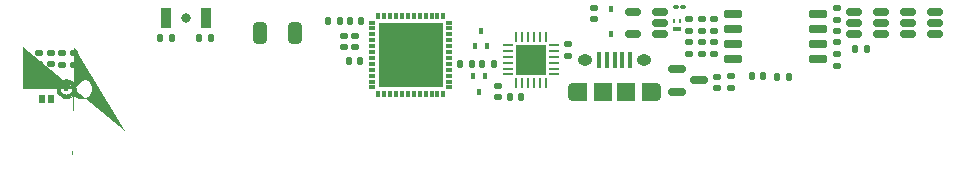
<source format=gbr>
%TF.GenerationSoftware,KiCad,Pcbnew,6.0.5-a6ca702e91~116~ubuntu22.04.1*%
%TF.CreationDate,2022-06-26T16:54:06-07:00*%
%TF.ProjectId,OSSG_v0p3,4f535347-5f76-4307-9033-2e6b69636164,v0.3*%
%TF.SameCoordinates,Original*%
%TF.FileFunction,Soldermask,Top*%
%TF.FilePolarity,Negative*%
%FSLAX46Y46*%
G04 Gerber Fmt 4.6, Leading zero omitted, Abs format (unit mm)*
G04 Created by KiCad (PCBNEW 6.0.5-a6ca702e91~116~ubuntu22.04.1) date 2022-06-26 16:54:06*
%MOMM*%
%LPD*%
G01*
G04 APERTURE LIST*
G04 Aperture macros list*
%AMRoundRect*
0 Rectangle with rounded corners*
0 $1 Rounding radius*
0 $2 $3 $4 $5 $6 $7 $8 $9 X,Y pos of 4 corners*
0 Add a 4 corners polygon primitive as box body*
4,1,4,$2,$3,$4,$5,$6,$7,$8,$9,$2,$3,0*
0 Add four circle primitives for the rounded corners*
1,1,$1+$1,$2,$3*
1,1,$1+$1,$4,$5*
1,1,$1+$1,$6,$7*
1,1,$1+$1,$8,$9*
0 Add four rect primitives between the rounded corners*
20,1,$1+$1,$2,$3,$4,$5,0*
20,1,$1+$1,$4,$5,$6,$7,0*
20,1,$1+$1,$6,$7,$8,$9,0*
20,1,$1+$1,$8,$9,$2,$3,0*%
%AMFreePoly0*
4,1,103,0.919391,0.822403,0.926250,0.818200,0.934269,0.817569,1.160851,0.702119,1.166075,0.696003,1.173507,0.692924,1.353325,0.513107,1.356403,0.505675,1.362519,0.500452,1.477969,0.273869,1.478600,0.265849,1.482803,0.258991,1.508245,0.098357,1.511543,0.091283,1.519917,0.075198,1.519565,0.074081,1.520059,0.073021,1.523152,0.002182,1.522358,0.000000,1.523152,-0.002182,
1.520059,-0.073021,1.519565,-0.074081,1.519917,-0.075198,1.511543,-0.091283,1.508245,-0.098357,1.482803,-0.258991,1.478600,-0.265849,1.477969,-0.273869,1.362519,-0.500452,1.356403,-0.505675,1.353325,-0.513107,1.173507,-0.692924,1.166075,-0.696003,1.160851,-0.702119,0.934269,-0.817569,0.926250,-0.818200,0.919391,-0.822403,0.668222,-0.862184,0.660400,-0.860306,0.652579,-0.862184,
0.401409,-0.822403,0.394551,-0.818200,0.386531,-0.817569,0.159948,-0.702119,0.154725,-0.696003,0.147293,-0.692925,-0.032524,-0.513107,-0.035603,-0.505675,-0.041719,-0.500451,-0.157169,-0.273869,-0.157800,-0.265850,-0.162003,-0.258991,-0.187445,-0.098355,-0.190741,-0.091288,-0.199117,-0.075198,-0.198765,-0.074081,-0.199259,-0.073021,-0.202352,-0.002181,-0.201558,0.000000,0.203023,0.000000,
0.225408,-0.141336,0.290375,-0.268841,0.391559,-0.370025,0.519062,-0.434992,0.660400,-0.457377,0.801736,-0.434992,0.929241,-0.370025,1.030425,-0.268841,1.095392,-0.141338,1.117777,0.000000,1.095392,0.141338,1.030425,0.268841,0.929241,0.370025,0.801736,0.434992,0.660400,0.457377,0.519062,0.434992,0.391559,0.370025,0.290375,0.268841,0.225408,0.141336,0.203023,0.000000,
-0.201558,0.000000,-0.202352,0.002181,-0.199259,0.073021,-0.198765,0.074081,-0.199117,0.075198,-0.190741,0.091288,-0.187445,0.098355,-0.162003,0.258991,-0.157800,0.265850,-0.157169,0.273869,-0.041719,0.500451,-0.035603,0.505675,-0.032524,0.513107,0.147293,0.692925,0.154725,0.696003,0.159948,0.702119,0.386531,0.817569,0.394551,0.818200,0.401409,0.822403,0.652579,0.862184,
0.660400,0.860306,0.668222,0.862184,0.919391,0.822403,0.919391,0.822403,$1*%
G04 Aperture macros list end*
%ADD10C,0.100000*%
%ADD11RoundRect,0.150000X0.512500X0.150000X-0.512500X0.150000X-0.512500X-0.150000X0.512500X-0.150000X0*%
%ADD12RoundRect,0.147500X-0.172500X0.147500X-0.172500X-0.147500X0.172500X-0.147500X0.172500X0.147500X0*%
%ADD13RoundRect,0.140000X0.170000X-0.140000X0.170000X0.140000X-0.170000X0.140000X-0.170000X-0.140000X0*%
%ADD14C,0.800000*%
%ADD15R,0.900000X1.700000*%
%ADD16R,0.400000X0.510000*%
%ADD17RoundRect,0.135000X0.135000X0.185000X-0.135000X0.185000X-0.135000X-0.185000X0.135000X-0.185000X0*%
%ADD18RoundRect,0.140000X-0.140000X-0.170000X0.140000X-0.170000X0.140000X0.170000X-0.140000X0.170000X0*%
%ADD19R,0.450000X0.600000*%
%ADD20RoundRect,0.140000X-0.170000X0.140000X-0.170000X-0.140000X0.170000X-0.140000X0.170000X0.140000X0*%
%ADD21RoundRect,0.135000X0.185000X-0.135000X0.185000X0.135000X-0.185000X0.135000X-0.185000X-0.135000X0*%
%ADD22RoundRect,0.250000X-0.325000X-0.650000X0.325000X-0.650000X0.325000X0.650000X-0.325000X0.650000X0*%
%ADD23R,0.522000X0.725000*%
%ADD24FreePoly0,180.000000*%
%ADD25C,0.381000*%
%ADD26RoundRect,0.140000X0.140000X0.170000X-0.140000X0.170000X-0.140000X-0.170000X0.140000X-0.170000X0*%
%ADD27RoundRect,0.100000X-0.130000X-0.100000X0.130000X-0.100000X0.130000X0.100000X-0.130000X0.100000X0*%
%ADD28RoundRect,0.014000X0.211000X0.161000X-0.211000X0.161000X-0.211000X-0.161000X0.211000X-0.161000X0*%
%ADD29RoundRect,0.014000X-0.161000X0.211000X-0.161000X-0.211000X0.161000X-0.211000X0.161000X0.211000X0*%
%ADD30RoundRect,0.014000X-0.211000X-0.161000X0.211000X-0.161000X0.211000X0.161000X-0.211000X0.161000X0*%
%ADD31RoundRect,0.014000X0.161000X-0.211000X0.161000X0.211000X-0.161000X0.211000X-0.161000X-0.211000X0*%
%ADD32R,5.400000X5.400000*%
%ADD33RoundRect,0.135000X-0.185000X0.135000X-0.185000X-0.135000X0.185000X-0.135000X0.185000X0.135000X0*%
%ADD34R,0.400000X1.350000*%
%ADD35R,1.200000X1.550000*%
%ADD36O,1.250000X0.950000*%
%ADD37O,0.890000X1.550000*%
%ADD38R,1.500000X1.550000*%
%ADD39RoundRect,0.150000X0.650000X0.150000X-0.650000X0.150000X-0.650000X-0.150000X0.650000X-0.150000X0*%
%ADD40RoundRect,0.050000X-0.075000X0.150000X-0.075000X-0.150000X0.075000X-0.150000X0.075000X0.150000X0*%
%ADD41RoundRect,0.050000X-0.300000X0.150000X-0.300000X-0.150000X0.300000X-0.150000X0.300000X0.150000X0*%
%ADD42RoundRect,0.062500X0.062500X-0.350000X0.062500X0.350000X-0.062500X0.350000X-0.062500X-0.350000X0*%
%ADD43RoundRect,0.062500X0.350000X-0.062500X0.350000X0.062500X-0.350000X0.062500X-0.350000X-0.062500X0*%
%ADD44R,2.600000X2.600000*%
%ADD45RoundRect,0.135000X-0.135000X-0.185000X0.135000X-0.185000X0.135000X0.185000X-0.135000X0.185000X0*%
%ADD46RoundRect,0.150000X-0.587500X-0.150000X0.587500X-0.150000X0.587500X0.150000X-0.587500X0.150000X0*%
G04 APERTURE END LIST*
%TO.C,U6*%
G36*
X86275400Y-82350000D02*
G01*
X86235619Y-82601169D01*
X86120169Y-82827752D01*
X85940352Y-83007569D01*
X85713769Y-83123019D01*
X85462600Y-83162800D01*
X85211431Y-83123019D01*
X84984848Y-83007569D01*
X84805031Y-82827752D01*
X84689581Y-82601169D01*
X84649800Y-82350000D01*
X84652893Y-82279160D01*
X84956533Y-82305725D01*
X84954600Y-82350000D01*
X84979463Y-82506981D01*
X85051619Y-82648595D01*
X85164005Y-82760981D01*
X85305619Y-82833137D01*
X85462600Y-82858000D01*
X85619581Y-82833137D01*
X85761195Y-82760981D01*
X85873581Y-82648595D01*
X85945737Y-82506981D01*
X85970600Y-82350000D01*
X85968667Y-82305725D01*
X86272307Y-82279160D01*
X86275400Y-82350000D01*
G37*
D10*
X86275400Y-82350000D02*
X86235619Y-82601169D01*
X86120169Y-82827752D01*
X85940352Y-83007569D01*
X85713769Y-83123019D01*
X85462600Y-83162800D01*
X85211431Y-83123019D01*
X84984848Y-83007569D01*
X84805031Y-82827752D01*
X84689581Y-82601169D01*
X84649800Y-82350000D01*
X84652893Y-82279160D01*
X84956533Y-82305725D01*
X84954600Y-82350000D01*
X84979463Y-82506981D01*
X85051619Y-82648595D01*
X85164005Y-82760981D01*
X85305619Y-82833137D01*
X85462600Y-82858000D01*
X85619581Y-82833137D01*
X85761195Y-82760981D01*
X85873581Y-82648595D01*
X85945737Y-82506981D01*
X85970600Y-82350000D01*
X85968667Y-82305725D01*
X86272307Y-82279160D01*
X86275400Y-82350000D01*
G36*
X85713769Y-81576981D02*
G01*
X85940352Y-81692431D01*
X86120169Y-81872248D01*
X86235619Y-82098831D01*
X86275400Y-82350000D01*
X86272307Y-82420840D01*
X85968667Y-82394275D01*
X85970600Y-82350000D01*
X85945737Y-82193019D01*
X85873581Y-82051405D01*
X85761195Y-81939019D01*
X85619581Y-81866863D01*
X85462600Y-81842000D01*
X85305619Y-81866863D01*
X85164005Y-81939019D01*
X85051619Y-82051405D01*
X84979463Y-82193019D01*
X84954600Y-82350000D01*
X84956533Y-82394275D01*
X84652893Y-82420840D01*
X84649800Y-82350000D01*
X84689581Y-82098831D01*
X84805031Y-81872248D01*
X84984848Y-81692431D01*
X85211431Y-81576981D01*
X85462600Y-81537200D01*
X85713769Y-81576981D01*
G37*
X85713769Y-81576981D02*
X85940352Y-81692431D01*
X86120169Y-81872248D01*
X86235619Y-82098831D01*
X86275400Y-82350000D01*
X86272307Y-82420840D01*
X85968667Y-82394275D01*
X85970600Y-82350000D01*
X85945737Y-82193019D01*
X85873581Y-82051405D01*
X85761195Y-81939019D01*
X85619581Y-81866863D01*
X85462600Y-81842000D01*
X85305619Y-81866863D01*
X85164005Y-81939019D01*
X85051619Y-82051405D01*
X84979463Y-82193019D01*
X84954600Y-82350000D01*
X84956533Y-82394275D01*
X84652893Y-82420840D01*
X84649800Y-82350000D01*
X84689581Y-82098831D01*
X84805031Y-81872248D01*
X84984848Y-81692431D01*
X85211431Y-81576981D01*
X85462600Y-81537200D01*
X85713769Y-81576981D01*
%TD*%
D11*
%TO.C,Q1*%
X158981007Y-77745775D03*
X158981007Y-76795775D03*
X158981007Y-75845775D03*
X156706007Y-75845775D03*
X156706007Y-76795775D03*
X156706007Y-77745775D03*
%TD*%
D12*
%TO.C,D1*%
X140300000Y-76460000D03*
X140300000Y-77430000D03*
%TD*%
D13*
%TO.C,C18*%
X122000000Y-83080000D03*
X122000000Y-82120000D03*
%TD*%
D14*
%TO.C,SW1*%
X95600000Y-76400000D03*
D15*
X93900000Y-76400000D03*
X97300000Y-76400000D03*
%TD*%
D16*
%TO.C,Q3*%
X120074511Y-78754511D03*
X121074511Y-78754511D03*
X120574511Y-77464511D03*
%TD*%
D17*
%TO.C,R4*%
X153260000Y-79025000D03*
X152240000Y-79025000D03*
%TD*%
D18*
%TO.C,C1*%
X96745000Y-78065000D03*
X97705000Y-78065000D03*
%TD*%
D16*
%TO.C,Q2*%
X120915000Y-81305000D03*
X119915000Y-81305000D03*
X120415000Y-82595000D03*
%TD*%
D19*
%TO.C,D5*%
X131575000Y-75625000D03*
X131575000Y-77725000D03*
%TD*%
D20*
%TO.C,C16*%
X84150000Y-79340000D03*
X84150000Y-80300000D03*
%TD*%
D21*
%TO.C,R6*%
X86150000Y-80360000D03*
X86150000Y-79340000D03*
%TD*%
D13*
%TO.C,C7*%
X130150000Y-76455000D03*
X130150000Y-75495000D03*
%TD*%
D22*
%TO.C,AE1*%
X101867000Y-77612000D03*
X104817000Y-77612000D03*
%TD*%
D23*
%TO.C,U6*%
X83388600Y-83187747D03*
X84210600Y-83187747D03*
D24*
X86123000Y-82350000D03*
D23*
X84210600Y-81512253D03*
X83388600Y-81512253D03*
D25*
X85462600Y-82350000D03*
%TD*%
D26*
%TO.C,C4*%
X110360000Y-79980000D03*
X109400000Y-79980000D03*
%TD*%
D27*
%TO.C,R11*%
X137080000Y-75400000D03*
X137720000Y-75400000D03*
%TD*%
D11*
%TO.C,IC1*%
X154431007Y-77745775D03*
X154431007Y-76795775D03*
X154431007Y-75845775D03*
X152156007Y-75845775D03*
X152156007Y-76795775D03*
X152156007Y-77745775D03*
%TD*%
D28*
%TO.C,U1*%
X111385000Y-76750000D03*
X111385000Y-77250000D03*
X111385000Y-77750000D03*
X111385000Y-78250000D03*
X111385000Y-78750000D03*
X111385000Y-79250000D03*
X111385000Y-79750000D03*
X111385000Y-80250000D03*
X111385000Y-80750000D03*
X111385000Y-81250000D03*
X111385000Y-81750000D03*
X111385000Y-82250000D03*
D29*
X111900000Y-82765000D03*
X112400000Y-82765000D03*
X112900000Y-82765000D03*
X113400000Y-82765000D03*
X113900000Y-82765000D03*
X114400000Y-82765000D03*
X114900000Y-82765000D03*
X115400000Y-82765000D03*
X115900000Y-82765000D03*
X116400000Y-82765000D03*
X116900000Y-82765000D03*
X117400000Y-82765000D03*
D30*
X117915000Y-82250000D03*
X117915000Y-81750000D03*
X117915000Y-81250000D03*
X117915000Y-80750000D03*
X117915000Y-80250000D03*
X117915000Y-79750000D03*
X117915000Y-79250000D03*
X117915000Y-78750000D03*
X117915000Y-78250000D03*
X117915000Y-77750000D03*
X117915000Y-77250000D03*
X117915000Y-76750000D03*
D31*
X117400000Y-76235000D03*
X116900000Y-76235000D03*
X116400000Y-76235000D03*
X115900000Y-76235000D03*
X115400000Y-76235000D03*
X114900000Y-76235000D03*
X114400000Y-76235000D03*
X113900000Y-76235000D03*
X113400000Y-76235000D03*
X112900000Y-76235000D03*
X112400000Y-76235000D03*
X111900000Y-76235000D03*
D32*
X114650000Y-79500000D03*
%TD*%
D33*
%TO.C,R7*%
X85150000Y-79340000D03*
X85150000Y-80360000D03*
%TD*%
D11*
%TO.C,U3*%
X135737500Y-77725000D03*
X135737500Y-76775000D03*
X135737500Y-75825000D03*
X133462500Y-75825000D03*
X133462500Y-77725000D03*
%TD*%
D17*
%TO.C,R16*%
X146635000Y-81400000D03*
X145615000Y-81400000D03*
%TD*%
D21*
%TO.C,R9*%
X139300000Y-79400000D03*
X139300000Y-78380000D03*
%TD*%
D20*
%TO.C,C17*%
X140600000Y-81370000D03*
X140600000Y-82330000D03*
%TD*%
D34*
%TO.C,J1*%
X130600000Y-79900000D03*
X131250000Y-79900000D03*
X131900000Y-79900000D03*
X132550000Y-79900000D03*
X133200000Y-79900000D03*
D35*
X129000000Y-82600000D03*
D36*
X129400000Y-79900000D03*
D37*
X128400000Y-82600000D03*
X135400000Y-82600000D03*
D38*
X130900000Y-82600000D03*
X132900000Y-82600000D03*
D35*
X134800000Y-82600000D03*
D36*
X134400000Y-79900000D03*
%TD*%
D18*
%TO.C,C20*%
X143520000Y-81300000D03*
X144480000Y-81300000D03*
%TD*%
D33*
%TO.C,R13*%
X138225000Y-78380000D03*
X138225000Y-79400000D03*
%TD*%
D18*
%TO.C,C2*%
X109482500Y-76600000D03*
X110442500Y-76600000D03*
%TD*%
D21*
%TO.C,R8*%
X140300000Y-79400000D03*
X140300000Y-78380000D03*
%TD*%
D39*
%TO.C,U2*%
X149086075Y-79845000D03*
X149086075Y-78575000D03*
X149086075Y-77305000D03*
X149086075Y-76035000D03*
X141886075Y-76035000D03*
X141886075Y-77305000D03*
X141886075Y-78575000D03*
X141886075Y-79845000D03*
%TD*%
D20*
%TO.C,C12*%
X150686075Y-77475000D03*
X150686075Y-78435000D03*
%TD*%
D21*
%TO.C,R5*%
X150686075Y-80455000D03*
X150686075Y-79435000D03*
%TD*%
D17*
%TO.C,R2*%
X94460000Y-78090000D03*
X93440000Y-78090000D03*
%TD*%
D40*
%TO.C,Q4*%
X137400000Y-76625000D03*
X136950000Y-76625000D03*
D41*
X137175000Y-77325000D03*
%TD*%
D18*
%TO.C,C9*%
X123000000Y-83050000D03*
X123960000Y-83050000D03*
%TD*%
D12*
%TO.C,D2*%
X139300000Y-76460000D03*
X139300000Y-77430000D03*
%TD*%
D13*
%TO.C,C6*%
X109950000Y-78830000D03*
X109950000Y-77870000D03*
%TD*%
D42*
%TO.C,U4*%
X123550000Y-81837500D03*
X124050000Y-81837500D03*
X124550000Y-81837500D03*
X125050000Y-81837500D03*
X125550000Y-81837500D03*
X126050000Y-81837500D03*
D43*
X126737500Y-81150000D03*
X126737500Y-80650000D03*
X126737500Y-80150000D03*
X126737500Y-79650000D03*
X126737500Y-79150000D03*
X126737500Y-78650000D03*
D42*
X126050000Y-77962500D03*
X125550000Y-77962500D03*
X125050000Y-77962500D03*
X124550000Y-77962500D03*
X124050000Y-77962500D03*
X123550000Y-77962500D03*
D43*
X122862500Y-78650000D03*
X122862500Y-79150000D03*
X122862500Y-79650000D03*
X122862500Y-80150000D03*
X122862500Y-80650000D03*
X122862500Y-81150000D03*
D44*
X124800000Y-79900000D03*
%TD*%
D20*
%TO.C,C8*%
X127975000Y-78595000D03*
X127975000Y-79555000D03*
%TD*%
D45*
%TO.C,R14*%
X120690000Y-80270000D03*
X121710000Y-80270000D03*
%TD*%
D26*
%TO.C,C5*%
X108620000Y-76600000D03*
X107660000Y-76600000D03*
%TD*%
D46*
%TO.C,U5*%
X137142500Y-80690000D03*
X137142500Y-82590000D03*
X139017500Y-81640000D03*
%TD*%
D21*
%TO.C,R10*%
X141750000Y-82310000D03*
X141750000Y-81290000D03*
%TD*%
D20*
%TO.C,C15*%
X83200000Y-79340000D03*
X83200000Y-80300000D03*
%TD*%
D33*
%TO.C,R1*%
X150686075Y-75495000D03*
X150686075Y-76515000D03*
%TD*%
%TO.C,R12*%
X138225000Y-77450000D03*
X138225000Y-76430000D03*
%TD*%
D17*
%TO.C,R15*%
X119810000Y-80270000D03*
X118790000Y-80270000D03*
%TD*%
D13*
%TO.C,C3*%
X108950000Y-78830000D03*
X108950000Y-77870000D03*
%TD*%
M02*

</source>
